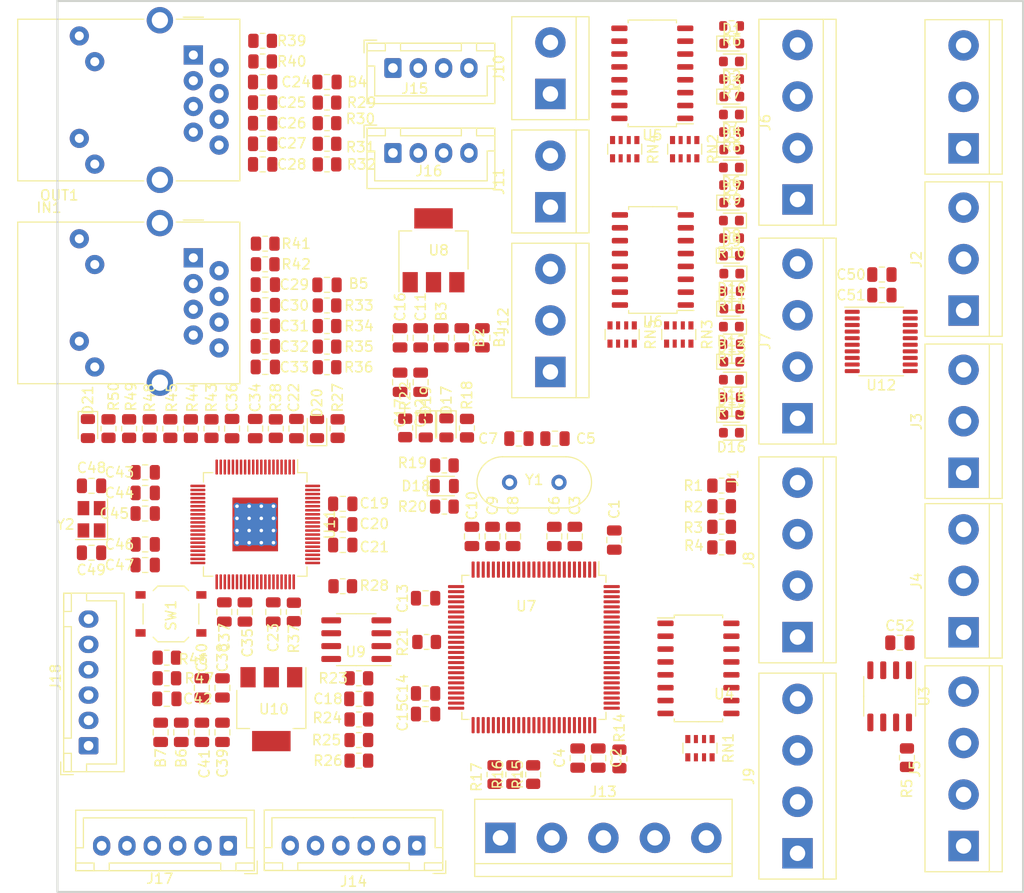
<source format=kicad_pcb>
(kicad_pcb (version 20221018) (generator pcbnew)
  (layers (0 "F.Cu" signal) (31 "B.Cu" signal) (34 "B.Paste" user) (35 "F.Paste" user) (36 "B.SilkS" user "B.Silkscreen") (37 "F.SilkS" user "F.Silkscreen") (38 "B.Mask" user) (39 "F.Mask" user) (44 "Edge.Cuts" user))
  (net 0 "")
  (net 1 "+1V2")
  (net 2 "+3.3V")
  (net 3 "+3.3VA")
  (net 4 "DAC1")
  (net 5 "Net-(D1-K)")
  (net 6 "GND")
  (net 7 "XSCI")
  (net 8 "SPI_SCK")
  (net 9 "SPI_CS")
  (net 10 "SPI_MISO")
  (net 11 "SPI_MOSI")
  (net 12 "I2C_SDA")
  (net 13 "I2C_SCL")
  (net 14 "Net-(U7-VCAP_2)")
  (net 15 "+5V")
  (net 16 "Net-(IN1-Pad9)")
  (net 17 "Net-(OUT1-Pad9)")
  (net 18 "P0_TXOP")
  (net 19 "SWCLK")
  (net 20 "SWDIO")
  (net 21 "RX")
  (net 22 "TX")
  (net 23 "/STM32F4/BOOT1")
  (net 24 "Net-(D17-A)")
  (net 25 "Net-(U7-PH0)")
  (net 26 "Net-(U7-PH1)")
  (net 27 "Net-(U7-VCAP_1)")
  (net 28 "Net-(D1-A)")
  (net 29 "Net-(IN1-RCT)")
  (net 30 "Net-(OUT1-RCT)")
  (net 37 "Net-(D3-K)")
  (net 38 "Net-(D3-A)")
  (net 39 "SYNC0")
  (net 40 "SYNC1")
  (net 41 "P1_TXOP")
  (net 42 "STEP1_DIR")
  (net 43 "STEP1_STEP")
  (net 44 "STEP2_DIR")
  (net 45 "STEP2_STEP")
  (net 46 "IO1")
  (net 47 "IO2")
  (net 48 "IO3")
  (net 49 "IO4")
  (net 50 "IO5")
  (net 51 "IO6")
  (net 52 "IO7")
  (net 53 "IO8")
  (net 54 "IO9")
  (net 55 "IO10")
  (net 56 "IO11")
  (net 57 "IO12")
  (net 58 "P0_TXON")
  (net 59 "P1_TXON")
  (net 60 "P0_RXIP")
  (net 61 "P1_RXIP")
  (net 62 "P0_RXIN")
  (net 63 "P1_RXIN")
  (net 64 "RESET_MCU")
  (net 65 "EEP_DONE")
  (net 66 "Net-(D5-K)")
  (net 67 "Net-(D5-A)")
  (net 68 "Net-(D7-K)")
  (net 69 "Net-(D7-A)")
  (net 70 "Net-(D15-K)")
  (net 71 "Net-(D15-A)")
  (net 72 "Net-(D18-A)")
  (net 73 "Net-(D19-A)")
  (net 74 "XSCO")
  (net 75 "Net-(D20-A)")
  (net 76 "RSTO")
  (net 77 "P0_ACT")
  (net 78 "P1_ACT")
  (net 79 "PDI_EMU")
  (net 80 "LED_RUN")
  (net 81 "LED_ERR")
  (net 82 "SINT")
  (net 83 "Net-(D21-K)")
  (net 84 "Net-(J5-Pin_2)")
  (net 85 "Net-(J5-Pin_3)")
  (net 86 "Net-(J8-Pin_1)")
  (net 87 "Net-(J8-Pin_2)")
  (net 88 "Net-(J8-Pin_3)")
  (net 89 "Net-(J8-Pin_4)")
  (net 90 "Net-(J9-Pin_1)")
  (net 91 "Net-(J9-Pin_2)")
  (net 92 "Net-(J9-Pin_3)")
  (net 93 "Net-(J9-Pin_4)")
  (net 94 "Net-(R6-Pad2)")
  (net 95 "Net-(R7-Pad2)")
  (net 96 "Net-(R8-Pad2)")
  (net 97 "Net-(R9-Pad2)")
  (net 98 "Net-(R10-Pad2)")
  (net 99 "Net-(R11-Pad2)")
  (net 100 "Net-(R12-Pad2)")
  (net 101 "Net-(R13-Pad2)")
  (net 102 "Net-(U7-BOOT0)")
  (net 103 "A1V2")
  (net 104 "Net-(U11-I2C_SCL)")
  (net 105 "Net-(U9-WP)")
  (net 106 "Net-(U11-TEST)")
  (net 107 "Net-(U11-SPI_MISO)")
  (net 108 "Net-(U11-P1_SD)")
  (net 109 "Net-(U11-RESET_BG)")
  (net 110 "Net-(U11-P0_SD)")
  (net 111 "Net-(RN1-R4.1)")
  (net 112 "Net-(RN1-R3.1)")
  (net 113 "Net-(RN1-R2.1)")
  (net 114 "Net-(RN1-R1.1)")
  (net 115 "SCS_FUNC")
  (net 116 "RST_MCU")
  (net 117 "Net-(RN2-R1.1)")
  (net 118 "Net-(RN2-R2.1)")
  (net 119 "Net-(RN2-R3.1)")
  (net 120 "Net-(RN2-R4.1)")
  (net 136 "Net-(D10-K)")
  (net 154 "Net-(D10-A)")
  (net 155 "Net-(D11-K)")
  (net 156 "Net-(D11-A)")
  (net 159 "Net-(D13-K)")
  (net 160 "Net-(D13-A)")
  (net 169 "ENC_A")
  (net 170 "ENC_B")
  (net 171 "ENC_Z")
  (net 172 "STEP1_DIR_OUT")
  (net 173 "STEP1_STEP_OUT")
  (net 174 "STEP2_DIR_OUT")
  (net 175 "STEP2_STEP_OUT")
  (net 176 "-24V_FIELD")
  (net 177 "+24V_FIELD")
  (net 178 "STEP3_DIR_OUT")
  (net 179 "STEP3_STEP_OUT")
  (net 180 "STEP4_DIR_OUT")
  (net 181 "STEP4_STEP_OUT")
  (net 184 "STEP3_STEP")
  (net 193 "Net-(RN3-R1.1)")
  (net 194 "Net-(RN3-R2.1)")
  (net 195 "Net-(RN3-R3.1)")
  (net 196 "Net-(RN3-R4.1)")
  (net 205 "STEP3_DIR")
  (net 206 "THCAD_CTR")
  (net 219 "STEP4_DIR")
  (net 220 "STEP4_STEP")
  (footprint "TerminalBlock:TerminalBlock_bornier-3_P5.08mm" (layer "F.Cu") (at 175.514 63.5 90)
    (fp_text reference "J1")
    (fp_text value "Step1")
  )
  (footprint "Resistor_SMD:R_0603_1608Metric" (layer "F.Cu") (at 152.6225 77.5852 180)
    (fp_text reference "R11")
    (fp_text value "1k")
  )
  (footprint "HakansLibrary:LQFP-80-1EP_10x10mm_P0.4mm_EP5.3x4.5mm_ThermalVias" (layer "F.Cu") (at 105.618 100.605 -90)
    (fp_text reference "U11")
    (fp_text value "AX58100")
  )
  (footprint "Capacitor_SMD:C_0805_2012Metric" (layer "F.Cu") (at 128.036 82.19 -90)
    (fp_text reference "B1")
    (fp_text value "BLM18EG221SN1D")
  )
  (footprint "Resistor_SMD:R_0805_2012Metric" (layer "F.Cu") (at 151.638 102.87 180)
    (fp_text reference "R4")
    (fp_text value "4.7k")
  )
  (footprint "Resistor_SMD:R_0603_1608Metric" (layer "F.Cu") (at 152.6225 67.1195 180)
    (fp_text reference "R9")
    (fp_text value "1k")
  )
  (footprint "Package_QFP:LQFP-100_14x14mm_P0.5mm" (layer "F.Cu") (at 133.116 112.736 -90)
    (fp_text reference "U7")
    (fp_text value "STM32F407VGT6")
  )
  (footprint "Package_SO:SOIC-8_3.9x4.9mm_P1.27mm" (layer "F.Cu") (at 115.59 111.974 180)
    (fp_text reference "U9")
    (fp_text value "24LC32A")
  )
  (footprint "Resistor_SMD:R_0603_1608Metric" (layer "F.Cu") (at 152.6225 82.8181 180)
    (fp_text reference "R12")
    (fp_text value "1k")
  )
  (footprint "Resistor_SMD:R_0805_2012Metric" (layer "F.Cu") (at 107.65 91.146 -90)
    (fp_text reference "R38")
    (fp_text value "22")
  )
  (footprint "Capacitor_SMD:C_0805_2012Metric" (layer "F.Cu") (at 106.6138 81.0036)
    (fp_text reference "C31")
    (fp_text value "10pF")
  )
  (footprint "Connector_JST:JST_XH_B6B-XH-A_1x06_P2.50mm_Vertical" (layer "F.Cu") (at 89.174 122.442 90)
    (fp_text reference "J18")
    (fp_text value "Out_opt")
  )
  (footprint "Connector_JST:JST_XH_B6B-XH-A_1x06_P2.50mm_Vertical" (layer "F.Cu") (at 102.964 132.311 180)
    (fp_text reference "J17")
    (fp_text value "In_opt1")
  )
  (footprint "Resistor_SMD:R_0805_2012Metric" (layer "F.Cu") (at 133.0395 125.2855 -90)
    (fp_text reference "R15")
    (fp_text value "1k")
  )
  (footprint "Resistor_SMD:R_0603_1608Metric" (layer "F.Cu") (at 152.6225 88.051 180)
    (fp_text reference "R13")
    (fp_text value "1k")
  )
  (footprint "Resistor_SMD:R_0805_2012Metric" (layer "F.Cu") (at 122.5315 112.202)
    (fp_text reference "R21")
    (fp_text value "22")
  )
  (footprint "Capacitor_SMD:C_0805_2012Metric" (layer "F.Cu") (at 137.16 101.788 90)
    (fp_text reference "C3")
    (fp_text value "0.1uF")
  )
  (footprint "Crystal:Crystal_HC49-U_Vertical" (layer "F.Cu") (at 130.712 96.454)
    (fp_text reference "Y1")
    (fp_text value "8 MHz")
  )
  (footprint "Resistor_SMD:R_0805_2012Metric" (layer "F.Cu") (at 115.844 123.912 180)
    (fp_text reference "R26")
    (fp_text value "4.7k")
  )
  (footprint "LED_SMD:LED_0805_2012Metric" (layer "F.Cu") (at 89.108 91.146 -90)
    (fp_text reference "D21")
    (fp_text value "Green led")
  )
  (footprint "Capacitor_SMD:C_0805_2012Metric" (layer "F.Cu") (at 106.6138 83.0356)
    (fp_text reference "C32")
    (fp_text value "10pF")
  )
  (footprint "Capacitor_SMD:C_0805_2012Metric" (layer "F.Cu") (at 139.466 123.658 -90)
    (fp_text reference "C2")
    (fp_text value "0.1uF")
  )
  (footprint "Resistor_SMD:R_0805_2012Metric" (layer "F.Cu") (at 106.35 54.9178)
    (fp_text reference "R40")
    (fp_text value "510")
  )
  (footprint "TerminalBlock:TerminalBlock_bornier-3_P5.08mm" (layer "F.Cu") (at 134.744 85.558 90)
    (fp_text reference "J12")
    (fp_text value "DAC")
  )
  (footprint "Resistor_SMD:R_0805_2012Metric" (layer "F.Cu") (at 99.268 91.146 90)
    (fp_text reference "R44")
    (fp_text value "4.7k")
  )
  (footprint "Capacitor_SMD:C_0805_2012Metric" (layer "F.Cu") (at 141.045 102.148 90)
    (fp_text reference "C1")
    (fp_text value "0.1uF")
  )
  (footprint "LED_SMD:LED_0603_1608Metric" (layer "F.Cu") (at 152.6025 91.5529 180)
    (fp_text reference "D16")
    (fp_text value "Red led")
  )
  (footprint "Capacitor_SMD:C_0805_2012Metric" (layer "F.Cu") (at 106.35 61.0138)
    (fp_text reference "C26")
    (fp_text value "10pF")
  )
  (footprint "Capacitor_SMD:C_0805_2012Metric" (layer "F.Cu") (at 121.94 86.574 90)
    (fp_text reference "C12")
    (fp_text value "10uF")
  )
  (footprint "LED_SMD:LED_0603_1608Metric" (layer "F.Cu") (at 152.6425 89.7819)
    (fp_text reference "D15")
    (fp_text value "Yellow led")
  )
  (footprint "Resistor_SMD:R_0805_2012Metric" (layer "F.Cu") (at 93.172 91.146 -90)
    (fp_text reference "R49")
    (fp_text value "510")
  )
  (footprint "Capacitor_SMD:C_0805_2012Metric" (layer "F.Cu") (at 122.428 119.314 180)
    (fp_text reference "C15")
    (fp_text value "0.1uF")
  )
  (footprint "LED_SMD:LED_0603_1608Metric" (layer "F.Cu") (at 152.6425 84.549)
    (fp_text reference "D13")
    (fp_text value "Yellow led")
  )
  (footprint "Capacitor_SMD:C_0805_2012Metric" (layer "F.Cu") (at 122.428 107.884 180)
    (fp_text reference "C13")
    (fp_text value "0.1uF")
  )
  (footprint "Resistor_SMD:R_0603_1608Metric" (layer "F.Cu") (at 152.6225 61.8866 180)
    (fp_text reference "R8")
    (fp_text value "1k")
  )
  (footprint "Capacitor_SMD:C_0805_2012Metric" (layer "F.Cu") (at 106.35 63.0458)
    (fp_text reference "C27")
    (fp_text value "10pF")
  )
  (footprint "LED_SMD:LED_0603_1608Metric" (layer "F.Cu") (at 152.6425 75.8543 180)
    (fp_text reference "D10")
    (fp_text value "Red led")
  )
  (footprint "Capacitor_SMD:C_0805_2012Metric" (layer "F.Cu") (at 107.396 109.241 -90)
    (fp_text reference "C23")
    (fp_text value "0.1uF")
  )
  (footprint "Capacitor_SMD:C_0805_2012Metric" (layer "F.Cu") (at 122.428 117.282)
    (fp_text reference "C14")
    (fp_text value "2.2uF")
  )
  (footprint "LED_SMD:LED_0805_2012Metric" (layer "F.Cu") (at 124.48 91.08 -90)
    (fp_text reference "D17")
    (fp_text value "Blue led")
  )
  (footprint "LED_SMD:LED_0603_1608Metric" (layer "F.Cu") (at 152.6425 68.8504)
    (fp_text reference "D7")
    (fp_text value "Yellow led")
  )
  (footprint "LED_SMD:LED_0603_1608Metric" (layer "F.Cu") (at 152.6425 63.6176)
    (fp_text reference "D5")
    (fp_text value "Yellow led")
  )
  (footprint "Resistor_SMD:R_0805_2012Metric" (layer "F.Cu") (at 106.604 72.901)
    (fp_text reference "R41")
    (fp_text value "510")
  )
  (footprint "Capacitor_SMD:C_0805_2012Metric" (layer "F.Cu") (at 129.032 101.788 90)
    (fp_text reference "C9")
    (fp_text value "0.1uF")
  )
  (footprint "LED_SMD:LED_0603_1608Metric" (layer "F.Cu") (at 152.6025 86.32 180)
    (fp_text reference "D14")
    (fp_text value "Red led")
  )
  (footprint "Resistor_SMD:R_0805_2012Metric" (layer "F.Cu") (at 112.7 61.0138)
    (fp_text reference "R30")
    (fp_text value "49.9")
  )
  (footprint "Resistor_SMD:R_0805_2012Metric" (layer "F.Cu") (at 114.254 106.701 180)
    (fp_text reference "R28")
    (fp_text value "4.7k")
  )
  (footprint "Capacitor_SMD:C_0805_2012Metric" (layer "F.Cu") (at 106.6138 76.9396 180)
    (fp_text reference "C29")
    (fp_text value "0.1uF")
  )
  (footprint "Resistor_SMD:R_0603_1608Metric" (layer "F.Cu") (at 152.6225 51.4209 180)
    (fp_text reference "R6")
    (fp_text value "1k")
  )
  (footprint "Capacitor_SMD:C_0805_2012Metric" (layer "F.Cu") (at 89.466 96.795)
    (fp_text reference "C48")
    (fp_text value "18pF")
  )
  (footprint "Crystal:Crystal_SMD_SeikoEpson_TSX3225-4Pin_3.2x2.5mm" (layer "F.Cu") (at 89.466 100.097 90)
    (fp_text reference "Y2")
    (fp_text value "NXK25.000AE12F-KAB6-12")
  )
  (footprint "Resistor_SMD:R_0805_2012Metric" (layer "F.Cu") (at 96.8975 115.784)
    (fp_text reference "R47")
    (fp_text value "4.7k")
  )
  (footprint "Resistor_SMD:R_0603_1608Metric" (layer "F.Cu") (at 152.6225 56.6537 180)
    (fp_text reference "R7")
    (fp_text value "1k")
  )
  (footprint "Resistor_SMD:R_0805_2012Metric" (layer "F.Cu") (at 141.553 123.738 -90)
    (fp_text reference "R14")
    (fp_text value "510")
  )
  (footprint "TerminalBlock:TerminalBlock_bornier-3_P5.08mm" (layer "F.Cu") (at 175.514 95.504 90)
    (fp_text reference "J3")
    (fp_text value "Step3")
  )
  (footprint "Package_SO:SO-8_3.9x4.9mm_P1.27mm" (layer "F.Cu") (at 168.22 117.567 -90)
    (fp_text reference "U3")
    (fp_text value "MAX3485CSA/ESA")
  )
  (footprint "Resistor_SMD:R_0805_2012Metric" (layer "F.Cu") (at 126.512 91.105 90)
    (fp_text reference "R18")
    (fp_text value "1k")
  )
  (footprint "Connector_JST:JST_XH_B6B-XH-A_1x06_P2.50mm_Vertical" (layer "F.Cu") (at 121.566 132.294 180)
    (fp_text reference "J14")
    (fp_text value "In_opt2")
  )
  (footprint "Capacitor_SMD:C_0805_2012Metric" (layer "F.Cu") (at 137.434 123.658 90)
    (fp_text reference "C4")
    (fp_text value "2.2uF")
  )
  (footprint "TerminalBlock:TerminalBlock_bornier-4_P5.08mm" (layer "F.Cu") (at 159.128 133.056 90)
    (fp_text reference "J9")
    (fp_text value "Output3-4")
  )
  (footprint "Capacitor_SMD:C_0805_2012Metric" (layer "F.Cu") (at 103.332 91.146 90)
    (fp_text reference "C36")
    (fp_text value "0.1uF")
  )
  (footprint "Capacitor_SMD:C_0805_2012Metric" (layer "F.Cu") (at 106.6138 85.0676)
    (fp_text reference "C33")
    (fp_text value "10pF")
  )
  (footprint "Capacitor_SMD:C_0805_2012Metric" (layer "F.Cu") (at 109.682 91.146 90)
    (fp_text reference "C22")
    (fp_text value "0.1uF")
  )
  (footprint "Resistor_SMD:R_0805_2012Metric" (layer "F.Cu") (at 95.204 91.146 90)
    (fp_text reference "R48")
    (fp_text value "4.7k")
  )
  (footprint "TerminalBlock:TerminalBlock_bornier-2_P5.08mm" (layer "F.Cu") (at 134.744 58.126 90)
    (fp_text reference "J10")
    (fp_text value "5V Power IN")
  )
  (footprint "Capacitor_SMD:C_0805_2012Metric" (layer "F.Cu") (at 131.064 101.788 90)
    (fp_text reference "C8")
    (fp_text value "0.1uF")
  )
  (footprint "LED_SMD:LED_0603_1608Metric" (layer "F.Cu") (at 152.6025 60.1557 180)
    (fp_text reference "D4")
    (fp_text value "Red led")
  )
  (footprint "HakansLibrary:PulseJack JB0011D01BNL" (layer "F.Cu") (at 99.512 74.298 90)
    (fp_text reference "IN1")
    (fp_text value "J0011D01BNL")
  )
  (footprint "Connector_JST:JST_XH_B4B-XH-A_1x04_P2.50mm_Vertical" (layer "F.Cu") (at 119.206 55.569)
    (fp_text reference "J15")
    (fp_text value "STLINK")
  )
  (footprint "Capacitor_SMD:C_0805_2012Metric" (layer "F.Cu") (at 104.602 109.241 -90)
    (fp_text reference "C35")
    (fp_text value "0.1uF")
  )
  (footprint "Capacitor_SMD:C_0805_2012Metric" (layer "F.Cu") (at 131.638 92.136 180)
    (fp_text reference "C7")
    (fp_text value "22pF")
  )
  (footprint "Capacitor_SMD:C_0805_2012Metric" (layer "F.Cu") (at 98.318 121.118 90)
    (fp_text reference "B6")
    (fp_text value "BLM18EG221SN1D")
  )
  (footprint "Capacitor_SMD:C_0805_2012Metric" (layer "F.Cu") (at 112.7 56.9498 180)
    (fp_text reference "B4")
    (fp_text value "BLM18EG221S")
  )
  (footprint "Resistor_SMD:R_0805_2012Metric" (layer "F.Cu") (at 115.844 119.848 180)
    (fp_text reference "R24")
    (fp_text value "4.7k")
  )
  (footprint "Capacitor_SMD:C_0805_2012Metric" (layer "F.Cu") (at 135.194 92.136)
    (fp_text reference "C5")
    (fp_text value "22pF")
  )
  (footprint "Resistor_SMD:R_0805_2012Metric" (layer "F.Cu") (at 109.428 109.241 -90)
    (fp_text reference "R37")
    (fp_text value "22")
  )
  (footprint "Capacitor_SMD:C_0805_2012Metric" (layer "F.Cu") (at 94.762 95.464 180)
    (fp_text reference "C43")
    (fp_text value "0.1uF")
  )
  (footprint "LED_SMD:LED_0603_1608Metric" (layer "F.Cu") (at 152.6425 58.3847)
    (fp_text reference "D3")
    (fp_text value "Yellow led")
  )
  (footprint "TerminalBlock:TerminalBlock_bornier-2_P5.08mm" (layer "F.Cu") (at 134.744 69.302 90)
    (fp_text reference "J11")
    (fp_text value "24V Field")
  )
  (footprint "Capacitor_SMD:C_0805_2012Metric" (layer "F.Cu") (at 112.7 76.965 180)
    (fp_text reference "B5")
    (fp_text value "BLM18EG221S")
  )
  (footprint "TerminalBlock:TerminalBlock_bornier-4_P5.08mm" (layer "F.Cu") (at 159.128 68.54 90)
    (fp_text reference "J6")
    (fp_text value "In1-4")
  )
  (footprint "Resistor_SMD:R_0805_2012Metric" (layer "F.Cu") (at 112.7 65.0778)
    (fp_text reference "R32")
    (fp_text value "49.9")
  )
  (footprint "Capacitor_SMD:C_0805_2012Metric" (layer "F.Cu") (at 94.762 102.576 180)
    (fp_text reference "C46")
    (fp_text value "0.1uF")
  )
  (footprint "TerminalBlock:TerminalBlock_bornier-5_P5.08mm" (layer "F.Cu") (at 129.814 131.532)
    (fp_text reference "J13")
    (fp_text value "Encoder")
  )
  (footprint "Resistor_SMD:R_0805_2012Metric" (layer "F.Cu") (at 106.35 52.8858)
    (fp_text reference "R39")
    (fp_text value "510")
  )
  (footprint "Capacitor_SMD:C_0805_2012Metric" (layer "F.Cu") (at 100.35 116.734 -90)
    (fp_text reference "C40")
    (fp_text value "0.1uF")
  )
  (footprint "Resistor_SMD:R_0805_2012Metric" (layer "F.Cu") (at 112.7 83.061)
    (fp_text reference "R35")
    (fp_text value "49.9")
  )
  (footprint "Capacitor_SMD:C_0805_2012Metric" (layer "F.Cu") (at 114.254 100.605)
    (fp_text reference "C20")
    (fp_text value "0.1uF")
  )
  (footprint "Capacitor_SMD:C_0805_2012Metric" (layer "F.Cu") (at 127 101.788 90)
    (fp_text reference "C10")
    (fp_text value "0.1uF")
  )
  (footprint "Capacitor_SMD:C_0805_2012Metric" (layer "F.Cu") (at 89.466 103.399 180)
    (fp_text reference "C49")
    (fp_text value "18pF")
  )
  (footprint "Package_TO_SOT_SMD:SOT-223-3_TabPin2" (layer "F.Cu") (at 123.21 73.554 90)
    (fp_text reference "U8")
    (fp_text value "AMS1117-3.3")
  )
  (footprint "Capacitor_SMD:C_0805_2012Metric" (layer "F.Cu") (at 126.004 82.19 -90)
    (fp_text reference "B2")
    (fp_text value "BLM18EG221SN1D")
  )
  (footprint "Resistor_SMD:R_0805_2012Metric" (layer "F.Cu") (at 101.3 91.146 -90)
    (fp_text reference "R43")
    (fp_text value "4.7k")
  )
  (footprint "Capacitor_SMD:C_0805_2012Metric" (layer "F.Cu") (at 106.35 56.9498 180)
    (fp_text reference "C24")
    (fp_text value "0.1uF")
  )
  (footprint "Capacitor_SMD:C_0805_2012Metric" (layer "F.Cu") (at 114.254 102.637)
    (fp_text reference "C21")
    (fp_text value "0.1uF")
  )
  (footprint "Capacitor_SMD:C_0805_2012Metric" (layer "F.Cu") (at 169.23 112.278)
    (fp_text reference "C52")
    (fp_text value "0.1uF")
  )
  (footprint "TerminalBlock:TerminalBlock_bornier-3_P5.08mm" (layer "F.Cu") (at 175.514 79.502 90)
    (fp_text reference "J2")
    (fp_text value "Step2")
  )
  (footprint "Connector_JST:JST_XH_B4B-XH-A_1x04_P2.50mm_Vertical" (layer "F.Cu") (at 119.206 63.951)
    (fp_text reference "J16")
    (fp_text value "Serial usart1")
  )
  (footprint "Resistor_SMD:R_0805_2012Metric" (layer "F.Cu") (at 129.2295 125.2855 -90)
    (fp_text reference "R17")
    (fp_text value "1k")
  )
  (footprint "Button_Switch_SMD:SW_Push_1P1T_XKB_TS-1187A" (layer "F.Cu") (at 97.302 109.434 180)
    (fp_text reference "SW1")
    (fp_text value "SW PB")
  )
  (footprint "Package_SO:SOIC-16_4.55x10.3mm_P1.27mm" (layer "F.Cu") (at 149.352 114.808)
    (fp_text reference "U4")
    (fp_text value "TLP292-4")
  )
  (footprint "Resistor_SMD:R_0805_2012Metric" (layer "F.Cu") (at 124.281 98.846)
    (fp_text reference "R20")
    (fp_text value "510")
  )
  (footprint "Capacitor_SMD:C_0805_2012Metric" (layer "F.Cu") (at 96.8975 117.816 180)
    (fp_text reference "C42")
    (fp_text value "1uF")
  )
  (footprint "Capacitor_SMD:C_0805_2012Metric" (layer "F.Cu") (at 167.452 77.978)
    (fp_text reference "C51")
    (fp_text value "0.1uF")
  )
  (footprint "Capacitor_SMD:C_0805_2012Metric" (layer "F.Cu") (at 106.6138 78.9716)
    (fp_text reference "C30")
    (fp_text value "10pF")
  )
  (footprint "LED_SMD:LED_0805_2012Metric" (layer "F.Cu") (at 124.281 96.814)
    (fp_text reference "D18")
    (fp_text value "Red led")
  )
  (footprint "Capacitor_SMD:C_0805_2012Metric" (layer "F.Cu") (at 119.908 86.574 90)
    (fp_text reference "C17")
    (fp_text value "0.1uF")
  )
  (footprint "TerminalBlock:TerminalBlock_bornier-3_P5.08mm" (layer "F.Cu") (at 175.514 111.252 90)
    (fp_text reference "J4")
    (fp_text value "Step4")
  )
  (footprint "TerminalBlock:TerminalBlock_bornier-4_P5.08mm" (layer "F.Cu") (at 159.128 111.72 90)
    (fp_text reference "J8")
    (fp_text value "Output1-2")
  )
  (footprint "Resistor_SMD:R_0805_2012Metric" (layer "F.Cu") (at 115.844 121.88 180)
    (fp_text reference "R25")
    (fp_text value "4.7k")
  )
  (footprint "LED_SMD:LED_0603_1608Metric" (layer "F.Cu") (at 152.6425 53.1518)
    (fp_text reference "D1")
    (fp_text value "Yellow led")
  )
  (footprint "Capacitor_SMD:C_0805_2012Metric" (layer "F.Cu") (at 121.94 82.19 -90)
    (fp_text reference "C11")
    (fp_text value "0.1uF")
  )
  (footprint "Capacitor_SMD:C_0805_2012Metric" (layer "F.Cu") (at 94.762 104.608 180)
    (fp_text reference "C47")
    (fp_text value "0.1uF")
  )
  (footprint "LED_SMD:LED_0603_1608Metric" (layer "F.Cu") (at 152.6025 70.6214 180)
    (fp_text reference "D8")
    (fp_text value "Red led")
  )
  (footprint "Capacitor_SMD:C_0805_2012Metric" (layer "F.Cu") (at 114.254 98.573)
    (fp_text reference "C19")
    (fp_text value "0.1uF")
  )
  (footprint "Capacitor_SMD:C_0805_2012Metric" (layer "F.Cu") (at 106.35 58.9818 180)
    (fp_text reference "C25")
    (fp_text value "10pF")
  )
  (footprint "LED_SMD:LED_0805_2012Metric" (layer "F.Cu") (at 111.714 91.146 90)
    (fp_text reference "D20")
    (fp_text value "Green led")
  )
  (footprint "Resistor_SMD:R_Array_Convex_4x0603" (layer "F.Cu") (at 141.822 81.864 -90)
    (fp_text reference "RN5")
    (fp_text value "40k")
  )
  (footprint "Capacitor_SMD:C_0805_2012Metric" (layer "F.Cu") (at 102.382 121.118 90)
    (fp_text reference "C39")
    (fp_text value "10uF")
  )
  (footprint "LED_SMD:LED_0603_1608Metric" (layer "F.Cu") (at 152.6025 65.3885 180)
    (fp_text reference "D6")
    (fp_text value "Red led")
  )
  (footprint "Package_SO:SOIC-16_4.55x10.3mm_P1.27mm" (layer "F.Cu") (at 144.8 56.094 180)
    (fp_text reference "U5")
    (fp_text value "TLP292-4")
  )
  (footprint "Resistor_SMD:R_Array_Convex_4x0603" (layer "F.Cu") (at 142.076 63.576 -90)
    (fp_text reference "RN4")
    (fp_text value "40k")
  )
  (footprint "LED_SMD:LED_0603_1608Metric" (layer "F.Cu") (at 152.6425 79.3162)
    (fp_text reference "D11")
    (fp_text value "Yellow led")
  )
  (footprint "TerminalBlock:TerminalBlock_bornier-4_P5.08mm" (layer "F.Cu") (at 175.514 132.334 90)
    (fp_text reference "J5")
    (fp_text value "THCAD")
  )
  (footprint "Resistor_SMD:R_0805_2012Metric" (layer "F.Cu") (at 124.281 94.782)
    (fp_text reference "R19")
    (fp_text value "22")
  )
  (footprint "Resistor_SMD:R_0805_2012Metric" (layer "F.Cu") (at 91.14 91.146 -90)
    (fp_text reference "R50")
    (fp_text value "4.7k")
  )
  (footprint "Capacitor_SMD:C_0805_2012Metric" (layer "F.Cu") (at 100.35 121.118 90)
    (fp_text reference "C41")
    (fp_text value "0.1uF")
  )
  (footprint "LED_SMD:LED_0805_2012Metric" (layer "F.Cu") (at 122.448 91.08 -90)
    (fp_text reference "D19")
    (fp_text value "Blue led")
  )
  (footprint "Resistor_SMD:R_0603_1608Metric" (layer "F.Cu") (at 152.6225 72.3524 180)
    (fp_text reference "R10")
    (fp_text value "1k")
  )
  (footprint "Package_TO_SOT_SMD:SOT-223-3_TabPin2" (layer "F.Cu") (at 107.208 118.832 -90)
    (fp_text reference "U10")
    (fp_text value "AMS1117-1.2")
  )
  (footprint "Capacitor_SMD:C_0805_2012Metric" (layer "F.Cu") (at 115.844 117.816)
    (fp_text reference "C18")
    (fp_text value "0.1uF")
  )
  (footprint "Package_SO:SOIC-16_4.55x10.3mm_P1.27mm" (layer "F.Cu") (at 144.852 74.509 180)
    (fp_text reference "U6")
    (fp_text value "TLP292-4")
  )
  (footprint "Resistor_SMD:R_0805_2012Metric" (layer "F.Cu") (at 112.7 63.0458)
    (fp_text reference "R31")
    (fp_text value "49.9")
  )
  (footprint "Resistor_SMD:R_0805_2012Metric" (layer "F.Cu") (at 112.7 85.093)
    (fp_text reference "R36")
    (fp_text value "49.9")
  )
  (footprint "Capacitor_SMD:C_0805_2012Metric" (layer "F.Cu") (at 167.452 75.946)
    (fp_text reference "C50")
    (fp_text value "0.1uF")
  )
  (footprint "Resistor_SMD:R_0805_2012Metric" (layer "F.Cu") (at 112.7 78.997)
    (fp_text reference "R33")
    (fp_text value "49.9")
  )
  (footprint "LED_SMD:LED_0603_1608Metric" (layer "F.Cu") (at 152.6025 81.0871 180)
    (fp_text reference "D12")
    (fp_text value "Red led")
  )
  (footprint "Capacitor_SMD:C_0805_2012Metric" (layer "F.Cu") (at 135.128 101.788 90)
    (fp_text reference "C6")
    (fp_text value "0.1uF")
  )
  (footprint "Resistor_SMD:R_0805_2012Metric" (layer "F.Cu") (at 113.746 91.146 -90)
    (fp_text reference "R27")
    (fp_text value "4.7k")
  )
  (footprint "Resistor_SMD:R_0805_2012Metric" (layer "F.Cu") (at 115.844 115.784)
    (fp_text reference "R23")
    (fp_text value "22")
  )
  (footprint "Resistor_SMD:R_0805_2012Metric" (layer "F.Cu") (at 106.604 74.933)
    (fp_text reference "R42")
    (fp_text value "510")
  )
  (footprint "Resistor_SMD:R_Array_Convex_4x0603" (layer "F.Cu") (at 147.994 63.576 -90)
    (fp_text reference "RN2")
    (fp_text value "1k")
  )
  (footprint "Resistor_SMD:R_0805_2012Metric" (layer "F.Cu") (at 169.926 123.618 90)
    (fp_text reference "R5")
    (fp_text value "120")
  )
  (footprint "Capacitor_SMD:C_0805_2012Metric" (layer "F.Cu") (at 94.762 99.528 180)
    (fp_text reference "C45")
    (fp_text value "0.1uF")
  )
  (footprint "HakansLibrary:PulseJack JB0011D01BNL" (layer "F.Cu") (at 99.512 54.2828 90)
    (fp_text reference "OUT1")
    (fp_text value "J0011D01BNL")
  )
  (footprint "Resistor_SMD:R_Array_Convex_4x0603" (layer "F.Cu") (at 149.502 122.682 -90)
    (fp_text reference "RN1")
    (fp_text value "330")
  )
  (footprint "Capacitor_SMD:C_0805_2012Metric" (layer "F.Cu") (at 106.35 65.0778)
    (fp_text reference "C28")
    (fp_text value "10pF")
  )
  (footprint "Capacitor_SMD:C_0805_2012Metric" (layer "F.Cu") (at 119.908 82.19 -90)
    (fp_text reference "C16")
    (fp_text value "10uF")
  )
  (footprint "Resistor_SMD:R_0805_2012Metric" (layer "F.Cu") (at 96.8975 113.752)
    (fp_text reference "R46")
    (fp_text value "4.7k")
  )
  (footprint "LED_SMD:LED_0603_1608Metric" (layer "F.Cu") (at 152.6025 74.0833)
    (fp_text reference "D9")
    (fp_text value "Yellow led")
  )
  (footprint "Capacitor_SMD:C_0805_2012Metric" (layer "F.Cu") (at 96.286 121.118 90)
    (fp_text reference "B7")
    (fp_text value "BLM18EG221SN1D")
  )
  (footprint "Resistor_SMD:R_0805_2012Metric" (layer "F.Cu") (at 97.236 91.146 90)
    (fp_text reference "R45")
    (fp_text value "12k 1%")
  )
  (footprint "Capacitor_SMD:C_0805_2012Metric" (layer "F.Cu") (at 123.972 82.19 -90)
    (fp_text reference "B3")
    (fp_text value "BLM18EG221SN1D")
  )
  (footprint "Capacitor_SMD:C_0805_2012Metric" (layer "F.Cu") (at 105.618 91.146 90)
    (fp_text reference "C34")
    (fp_text value "0.1uF")
  )
  (footprint "Resistor_SMD:R_0805_2012Metric" (layer "F.Cu") (at 151.638 98.806 180)
    (fp_text reference "R2")
    (fp_text value "4.7k")
  )
  (footprint "Resistor_SMD:R_0805_2012Metric" (layer "F.Cu") (at 131.084 125.2855 -90)
    (fp_text reference "R16")
    (fp_text value "1k")
  )
  (footprint "Capacitor_SMD:C_0805_2012Metric" (layer "F.Cu") (at 102.382 116.734 -90)
    (fp_text reference "C38")
    (fp_text value "10uF")
  )
  (footprint "Resistor_SMD:R_0805_2012Metric" (layer "F.Cu") (at 120.416 91.08 90)
    (fp_text reference "R22")
    (fp_text value "1k")
  )
  (footprint "Capacitor_SMD:C_0805_2012Metric" (layer "F.Cu") (at 94.762 97.496 180)
    (fp_text reference "C44")
    (fp_text value "0.1uF")
  )
  (footprint "Resistor_SMD:R_0805_2012Metric" (layer "F.Cu") (at 112.7 81.029)
    (fp_text reference "R34")
    (fp_text value "49.9")
  )
  (footprint "Capacitor_SMD:C_0805_2012Metric" (layer "F.Cu") (at 102.57 109.241 -90)
    (fp_text reference "C37")
    (fp_text value "0.1uF")
  )
  (footprint "LED_SMD:LED_0603_1608Metric" (layer "F.Cu") (at 152.6025 54.9228 180)
    (fp_text reference "D2")
    (fp_text value "Red led")
  )
  (footprint "Package_SO:TSSOP-20_4.4x6.5mm_P0.65mm" (layer "F.Cu") (at 167.386 82.55)
    (fp_text reference "U12")
    (fp_text value "TXS0108EPW")
  )
  (footprint "TerminalBlock:TerminalBlock_bornier-4_P5.08mm" (layer "F.Cu") (at 159.128 90.13 90)
    (fp_text reference "J7")
    (fp_text value "In5-8")
  )
  (footprint "Resistor_SMD:R_0805_2012Metric" (layer "F.Cu") (at 151.638 96.774 180)
    (fp_text reference "R1")
    (fp_text value "4.7k")
  )
  (footprint "Resistor_SMD:R_0805_2012Metric" (layer "F.Cu") (at 112.7 58.9818)
    (fp_text reference "R29")
    (fp_text value "49.9")
  )
  (footprint "Resistor_SMD:R_Array_Convex_4x0603" (layer "F.Cu") (at 147.41 81.864 -90)
    (fp_text reference "RN3")
    (fp_text value "1k")
  )
  (footprint "Resistor_SMD:R_0805_2012Metric" (layer "F.Cu") (at 151.638 100.838 180)
    (fp_text reference "R3")
    (fp_text value "4.7k")
  )
  (gr_rect (start 86.1006 48.9566) (end 181.376 136.866) (stroke (width 0.2)) (fill none) (layer "Edge.Cuts"))
)
</source>
